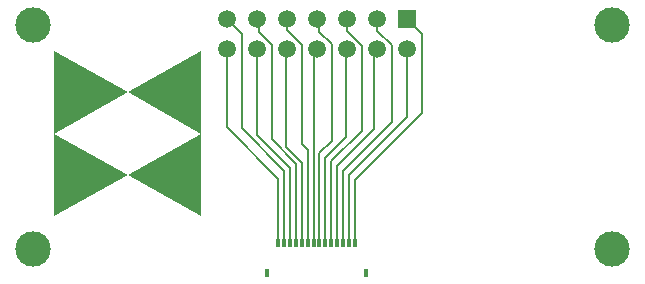
<source format=gtl>
G04*
G04 #@! TF.GenerationSoftware,Altium Limited,Altium Designer,23.9.2 (47)*
G04*
G04 Layer_Physical_Order=1*
G04 Layer_Color=255*
%FSLAX44Y44*%
%MOMM*%
G71*
G04*
G04 #@! TF.SameCoordinates,14F845D8-5F58-45A0-AC7D-242895ECC597*
G04*
G04*
G04 #@! TF.FilePolarity,Positive*
G04*
G01*
G75*
%ADD12R,0.3000X0.8000*%
%ADD13R,0.4000X0.8000*%
%ADD19C,0.2040*%
%ADD20C,1.5000*%
%ADD21R,1.5000X1.5000*%
%ADD22C,3.0000*%
G36*
X172551Y197554D02*
Y197166D01*
Y196520D01*
Y195356D01*
Y194580D01*
Y193804D01*
Y192769D01*
Y191734D01*
Y190441D01*
Y189018D01*
Y187466D01*
Y185655D01*
Y183715D01*
Y181646D01*
Y179318D01*
Y176731D01*
Y174015D01*
Y171040D01*
Y167936D01*
Y164574D01*
Y160823D01*
Y156943D01*
Y152804D01*
Y148406D01*
Y143621D01*
Y138706D01*
Y133403D01*
X172551Y127842D01*
Y58000D01*
X110276Y92921D01*
X48000Y58000D01*
Y127842D01*
X48000Y133403D01*
Y138706D01*
Y143621D01*
Y148406D01*
Y152804D01*
Y156943D01*
Y160823D01*
Y164573D01*
Y167936D01*
Y171040D01*
Y174015D01*
Y176731D01*
Y179318D01*
Y181646D01*
Y183715D01*
Y185655D01*
Y187466D01*
Y189018D01*
Y190441D01*
Y191734D01*
Y192769D01*
Y193804D01*
Y194580D01*
Y195356D01*
Y196520D01*
Y197166D01*
Y197554D01*
Y197684D01*
X110276Y162763D01*
X172551Y197684D01*
Y197554D01*
D02*
G37*
%LPC*%
G36*
X110276Y162763D02*
X48000Y127842D01*
X110276Y92921D01*
X172551Y127842D01*
X110276Y162763D01*
D02*
G37*
%LPD*%
D12*
X302500Y35220D02*
D03*
X297500D02*
D03*
X292500D02*
D03*
X287500D02*
D03*
X282500D02*
D03*
X277500D02*
D03*
X272500D02*
D03*
X267500D02*
D03*
X262500D02*
D03*
X257500D02*
D03*
X252500D02*
D03*
X247500D02*
D03*
X242500D02*
D03*
X237500D02*
D03*
D13*
X228000Y10220D02*
D03*
X312000D02*
D03*
D19*
X319000Y132000D02*
Y199440D01*
X219501Y126499D02*
Y199440D01*
X272500Y35220D02*
Y111748D01*
X282700Y121947D01*
X302500Y35220D02*
Y88500D01*
X359000Y145000D01*
X346200Y224840D02*
X359000Y212040D01*
Y145000D02*
Y212040D01*
X321255Y214745D02*
Y224385D01*
X320800Y224840D02*
X321255Y224385D01*
Y214745D02*
X333500Y202500D01*
Y137500D02*
Y202500D01*
X295400Y214600D02*
Y224840D01*
Y214600D02*
X308100Y201900D01*
X295000Y125000D02*
Y199440D01*
X282700Y121947D02*
Y203300D01*
X272000Y214000D02*
X282700Y203300D01*
X272000Y214000D02*
Y222840D01*
X270000Y224840D02*
X272000Y222840D01*
X267860Y35582D02*
Y199440D01*
X244600Y215400D02*
X257300Y202700D01*
X244600Y215400D02*
Y224840D01*
X257300Y119447D02*
Y202700D01*
X244000Y116770D02*
Y199440D01*
X221000Y214000D02*
Y223040D01*
X219200Y224840D02*
X221000Y223040D01*
Y214000D02*
X231900Y203100D01*
X193800Y224840D02*
X206500Y212140D01*
X193800Y133200D02*
Y199440D01*
X237500Y35220D02*
Y89500D01*
X193800Y133200D02*
X237500Y89500D01*
X206500Y132500D02*
Y212140D01*
Y132500D02*
X242500Y96500D01*
X219501Y126499D02*
X247500Y98500D01*
Y35222D02*
Y98500D01*
X297500Y35222D02*
Y92500D01*
X347000Y142000D01*
Y201000D01*
X292500Y35222D02*
Y96500D01*
X333500Y137500D01*
X287500Y35222D02*
Y100500D01*
X319000Y132000D01*
X282500Y35222D02*
Y104500D01*
X308100Y130100D01*
X277500Y107500D02*
X295000Y125000D01*
X308100Y130100D02*
Y201900D01*
X277500Y35222D02*
Y107500D01*
X267500Y35222D02*
X267860Y35582D01*
X262500Y35222D02*
Y114247D01*
X257300Y119447D02*
X262500Y114247D01*
X231900Y123100D02*
X252500Y102500D01*
Y35222D02*
Y102500D01*
X244000Y116770D02*
X257500Y103270D01*
Y35222D02*
Y103270D01*
X231900Y123100D02*
Y203100D01*
X242500Y35222D02*
Y96500D01*
D20*
X193800Y224840D02*
D03*
X270000D02*
D03*
X244600D02*
D03*
X320800D02*
D03*
X193800Y199440D02*
D03*
X244600D02*
D03*
X270000D02*
D03*
X320800D02*
D03*
X346200D02*
D03*
X219200Y224840D02*
D03*
X295400D02*
D03*
X219200Y199440D02*
D03*
X295400D02*
D03*
D21*
X346200Y224840D02*
D03*
D22*
X520000Y30000D02*
D03*
Y220000D02*
D03*
X30000D02*
D03*
Y30000D02*
D03*
M02*

</source>
